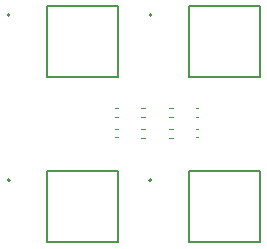
<source format=gbr>
%TF.GenerationSoftware,KiCad,Pcbnew,8.0.1*%
%TF.CreationDate,2024-07-01T16:18:06-04:00*%
%TF.ProjectId,btn,62746e2e-6b69-4636-9164-5f7063625858,rev?*%
%TF.SameCoordinates,Original*%
%TF.FileFunction,Legend,Top*%
%TF.FilePolarity,Positive*%
%FSLAX46Y46*%
G04 Gerber Fmt 4.6, Leading zero omitted, Abs format (unit mm)*
G04 Created by KiCad (PCBNEW 8.0.1) date 2024-07-01 16:18:06*
%MOMM*%
%LPD*%
G01*
G04 APERTURE LIST*
%ADD10C,0.120000*%
%ADD11C,0.127000*%
%ADD12C,0.200000*%
G04 APERTURE END LIST*
D10*
%TO.C,C3*%
X136315835Y-82890000D02*
X136084165Y-82890000D01*
X136315835Y-83610000D02*
X136084165Y-83610000D01*
D11*
%TO.C,S2*%
X135500000Y-72500000D02*
X135500000Y-78500000D01*
X135500000Y-78500000D02*
X141500000Y-78500000D01*
X141500000Y-72500000D02*
X135500000Y-72500000D01*
X141500000Y-78500000D02*
X141500000Y-72500000D01*
D12*
X132350000Y-73250000D02*
G75*
G02*
X132150000Y-73250000I-100000J0D01*
G01*
X132150000Y-73250000D02*
G75*
G02*
X132350000Y-73250000I100000J0D01*
G01*
D11*
%TO.C,S1*%
X123500000Y-72500000D02*
X123500000Y-78500000D01*
X123500000Y-78500000D02*
X129500000Y-78500000D01*
X129500000Y-72500000D02*
X123500000Y-72500000D01*
X129500000Y-78500000D02*
X129500000Y-72500000D01*
D12*
X120350000Y-73250000D02*
G75*
G02*
X120150000Y-73250000I-100000J0D01*
G01*
X120150000Y-73250000D02*
G75*
G02*
X120350000Y-73250000I100000J0D01*
G01*
D10*
%TO.C,C1*%
X129284165Y-81140000D02*
X129515835Y-81140000D01*
X129284165Y-81860000D02*
X129515835Y-81860000D01*
%TO.C,R3*%
X134117621Y-82870000D02*
X133782379Y-82870000D01*
X134117621Y-83630000D02*
X133782379Y-83630000D01*
%TO.C,R1*%
X131479879Y-81120000D02*
X131815121Y-81120000D01*
X131479879Y-81880000D02*
X131815121Y-81880000D01*
%TO.C,R2*%
X134117621Y-81120000D02*
X133782379Y-81120000D01*
X134117621Y-81880000D02*
X133782379Y-81880000D01*
%TO.C,C4*%
X129284165Y-82890000D02*
X129515835Y-82890000D01*
X129284165Y-83610000D02*
X129515835Y-83610000D01*
D11*
%TO.C,S3*%
X135500000Y-86500000D02*
X135500000Y-92500000D01*
X135500000Y-92500000D02*
X141500000Y-92500000D01*
X141500000Y-86500000D02*
X135500000Y-86500000D01*
X141500000Y-92500000D02*
X141500000Y-86500000D01*
D12*
X132350000Y-87250000D02*
G75*
G02*
X132150000Y-87250000I-100000J0D01*
G01*
X132150000Y-87250000D02*
G75*
G02*
X132350000Y-87250000I100000J0D01*
G01*
D10*
%TO.C,R4*%
X131479879Y-82870000D02*
X131815121Y-82870000D01*
X131479879Y-83630000D02*
X131815121Y-83630000D01*
%TO.C,C2*%
X136315835Y-81140000D02*
X136084165Y-81140000D01*
X136315835Y-81860000D02*
X136084165Y-81860000D01*
D11*
%TO.C,S4*%
X123500000Y-86500000D02*
X123500000Y-92500000D01*
X123500000Y-92500000D02*
X129500000Y-92500000D01*
X129500000Y-86500000D02*
X123500000Y-86500000D01*
X129500000Y-92500000D02*
X129500000Y-86500000D01*
D12*
X120350000Y-87250000D02*
G75*
G02*
X120150000Y-87250000I-100000J0D01*
G01*
X120150000Y-87250000D02*
G75*
G02*
X120350000Y-87250000I100000J0D01*
G01*
%TD*%
M02*

</source>
